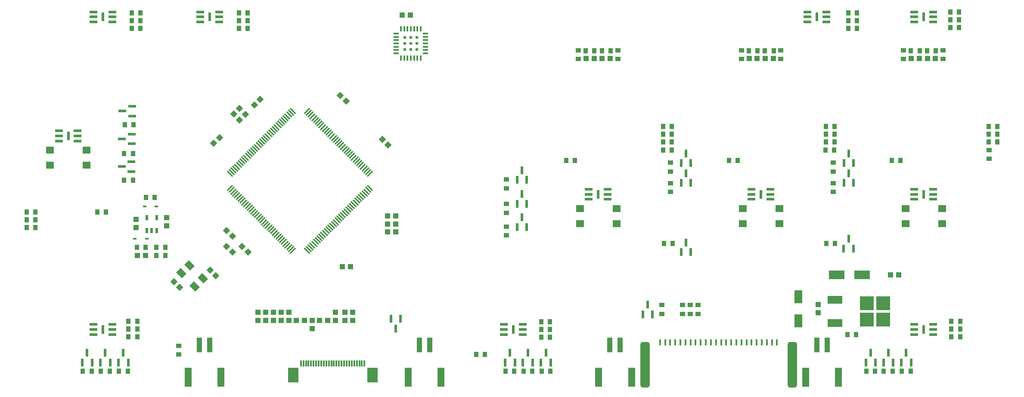
<source format=gtp>
G04*
G04 #@! TF.GenerationSoftware,Altium Limited,Altium Designer,22.1.2 (22)*
G04*
G04 Layer_Color=8421504*
%FSLAX44Y44*%
%MOMM*%
G71*
G04*
G04 #@! TF.SameCoordinates,4FF52C19-E322-4989-B108-829305E1C033*
G04*
G04*
G04 #@! TF.FilePolarity,Positive*
G04*
G01*
G75*
%ADD18R,2.7432X2.7432*%
%ADD19R,2.6670X2.7432*%
%ADD20R,0.6000X0.6000*%
%ADD21R,3.0000X1.6000*%
G04:AMPARAMS|DCode=22|XSize=9mm|YSize=1.8mm|CornerRadius=0.45mm|HoleSize=0mm|Usage=FLASHONLY|Rotation=90.000|XOffset=0mm|YOffset=0mm|HoleType=Round|Shape=RoundedRectangle|*
%AMROUNDEDRECTD22*
21,1,9.0000,0.9000,0,0,90.0*
21,1,8.1000,1.8000,0,0,90.0*
1,1,0.9000,0.4500,4.0500*
1,1,0.9000,0.4500,-4.0500*
1,1,0.9000,-0.4500,-4.0500*
1,1,0.9000,-0.4500,4.0500*
%
%ADD22ROUNDEDRECTD22*%
%ADD23R,0.3000X1.3000*%
%ADD24R,1.0000X2.8500*%
%ADD25R,1.4000X3.8000*%
%ADD26R,1.5748X2.6162*%
%ADD27R,3.0500X1.8000*%
%ADD28R,0.7000X0.4500*%
%ADD29R,1.6000X0.6000*%
%ADD30R,0.5300X1.7700*%
%ADD31R,1.6000X1.4000*%
%ADD32R,0.6000X1.0000*%
%ADD33R,1.0500X0.3000*%
%ADD34R,0.3000X1.0500*%
G04:AMPARAMS|DCode=35|XSize=1.6mm|YSize=1.25mm|CornerRadius=0mm|HoleSize=0mm|Usage=FLASHONLY|Rotation=135.000|XOffset=0mm|YOffset=0mm|HoleType=Round|Shape=Rectangle|*
%AMROTATEDRECTD35*
4,1,4,1.0076,-0.1237,0.1237,-1.0076,-1.0076,0.1237,-0.1237,1.0076,1.0076,-0.1237,0.0*
%
%ADD35ROTATEDRECTD35*%

G04:AMPARAMS|DCode=36|XSize=0.28mm|YSize=1.45mm|CornerRadius=0mm|HoleSize=0mm|Usage=FLASHONLY|Rotation=45.000|XOffset=0mm|YOffset=0mm|HoleType=Round|Shape=Rectangle|*
%AMROTATEDRECTD36*
4,1,4,0.4137,-0.6117,-0.6117,0.4137,-0.4137,0.6117,0.6117,-0.4137,0.4137,-0.6117,0.0*
%
%ADD36ROTATEDRECTD36*%

G04:AMPARAMS|DCode=37|XSize=0.28mm|YSize=1.45mm|CornerRadius=0mm|HoleSize=0mm|Usage=FLASHONLY|Rotation=135.000|XOffset=0mm|YOffset=0mm|HoleType=Round|Shape=Rectangle|*
%AMROTATEDRECTD37*
4,1,4,0.6117,0.4137,-0.4137,-0.6117,-0.6117,-0.4137,0.4137,0.6117,0.6117,0.4137,0.0*
%
%ADD37ROTATEDRECTD37*%

%ADD38R,0.3000X1.2500*%
%ADD39R,2.0000X3.0000*%
%ADD40P,1.4142X4X180.0*%
%ADD41R,1.5000X0.6000*%
%ADD42R,1.0000X0.9000*%
%ADD43R,1.0000X1.0000*%
%ADD44P,1.4142X4X90.0*%
%ADD45R,1.0000X1.0000*%
%ADD46R,0.9000X1.0000*%
%ADD47R,0.6000X1.5000*%
D18*
X1879223Y331724D02*
D03*
X1879226Y363979D02*
D03*
D19*
X1846584Y331724D02*
D03*
X1846587Y363725D02*
D03*
D20*
X938290Y875488D02*
D03*
Y887488D02*
D03*
X962290Y863488D02*
D03*
Y887488D02*
D03*
Y875488D02*
D03*
X950290D02*
D03*
X938290Y863488D02*
D03*
X950290Y887488D02*
D03*
Y863488D02*
D03*
D21*
X1784470Y370840D02*
D03*
Y325120D02*
D03*
D22*
X1700388Y243335D02*
D03*
X1410860D02*
D03*
D23*
X1670360Y286665D02*
D03*
X1660360D02*
D03*
X1650360Y286665D02*
D03*
X1640360D02*
D03*
X1630360Y286665D02*
D03*
X1620360D02*
D03*
X1610360D02*
D03*
X1600360D02*
D03*
X1590360D02*
D03*
X1580360Y286665D02*
D03*
X1570360Y286665D02*
D03*
X1560360D02*
D03*
X1550360Y286665D02*
D03*
X1540360D02*
D03*
X1530360Y286665D02*
D03*
X1520360D02*
D03*
X1510360D02*
D03*
X1500360D02*
D03*
X1490360D02*
D03*
X1480360D02*
D03*
X1470360D02*
D03*
X1460360D02*
D03*
X1450360D02*
D03*
X1440360Y286665D02*
D03*
D24*
X534830Y281875D02*
D03*
X554830D02*
D03*
X1341860D02*
D03*
X1361860D02*
D03*
X1748950D02*
D03*
X1768950D02*
D03*
X987360D02*
D03*
X967360D02*
D03*
D25*
X512330Y218125D02*
D03*
X577330D02*
D03*
X1319360D02*
D03*
X1384360D02*
D03*
X1726450D02*
D03*
X1791450D02*
D03*
X1009860D02*
D03*
X944860D02*
D03*
D26*
X1711960Y329565D02*
D03*
Y376555D02*
D03*
D27*
X1837290Y420370D02*
D03*
X1787290D02*
D03*
D28*
X407930Y490678D02*
D03*
X430930D02*
D03*
X449910Y554178D02*
D03*
X426910D02*
D03*
D29*
X1977360Y937660D02*
D03*
X1977360Y927660D02*
D03*
X1977360Y917660D02*
D03*
X1940360Y937660D02*
D03*
X1940360Y927660D02*
D03*
X1940360Y917660D02*
D03*
X1337360Y588660D02*
D03*
X1337360Y578660D02*
D03*
X1337360Y568660D02*
D03*
X1300360Y588660D02*
D03*
X1300360Y578660D02*
D03*
X1300360Y568660D02*
D03*
X326360Y302660D02*
D03*
X326360Y312660D02*
D03*
X326360Y322660D02*
D03*
X363360Y302660D02*
D03*
X363360Y312660D02*
D03*
X363360Y322660D02*
D03*
X1657360Y588660D02*
D03*
X1657360Y578660D02*
D03*
X1657360Y568660D02*
D03*
X1620360Y588660D02*
D03*
X1620360Y578660D02*
D03*
X1620360Y568660D02*
D03*
X1133360Y302660D02*
D03*
X1133360Y312660D02*
D03*
X1133360Y322660D02*
D03*
X1170360Y302660D02*
D03*
X1170360Y312660D02*
D03*
X1170360Y322660D02*
D03*
X1977360Y588660D02*
D03*
X1977360Y578660D02*
D03*
X1977360Y568660D02*
D03*
X1940360Y588660D02*
D03*
X1940360Y578660D02*
D03*
X1940360Y568660D02*
D03*
Y302660D02*
D03*
X1940360Y312660D02*
D03*
X1940360Y322660D02*
D03*
X1977360Y302660D02*
D03*
X1977360Y312660D02*
D03*
X1977360Y322660D02*
D03*
X258360Y683660D02*
D03*
X258360Y693660D02*
D03*
X258360Y703660D02*
D03*
X295360Y683660D02*
D03*
X295360Y693660D02*
D03*
X295360Y703660D02*
D03*
X326360Y917660D02*
D03*
X326360Y927660D02*
D03*
X326360Y937660D02*
D03*
X363360Y917660D02*
D03*
X363360Y927660D02*
D03*
X363360Y937660D02*
D03*
X573360D02*
D03*
X573360Y927660D02*
D03*
X573360Y917660D02*
D03*
X536360Y937660D02*
D03*
X536360Y927660D02*
D03*
X536360Y917660D02*
D03*
X1730360D02*
D03*
X1730360Y927660D02*
D03*
X1730360Y937660D02*
D03*
X1767360Y917660D02*
D03*
X1767360Y927660D02*
D03*
X1767360Y937660D02*
D03*
D30*
X1958860Y927660D02*
D03*
X1318860Y578660D02*
D03*
X344860Y312660D02*
D03*
X1638860Y578660D02*
D03*
X1151860Y312660D02*
D03*
X1958860Y578660D02*
D03*
Y312660D02*
D03*
X276860Y693660D02*
D03*
X344860Y927660D02*
D03*
X554860D02*
D03*
X1748860D02*
D03*
D31*
X240860Y665660D02*
D03*
X312860D02*
D03*
Y635660D02*
D03*
X240860D02*
D03*
X1994860Y520660D02*
D03*
X1922860D02*
D03*
Y550660D02*
D03*
X1994860D02*
D03*
X1674860Y520660D02*
D03*
X1602860D02*
D03*
Y550660D02*
D03*
X1674860D02*
D03*
X1354860Y520660D02*
D03*
X1282860D02*
D03*
Y550660D02*
D03*
X1354860D02*
D03*
D32*
X431521Y532888D02*
D03*
X450521D02*
D03*
Y506888D02*
D03*
X441021D02*
D03*
X431521D02*
D03*
D33*
X921790Y894988D02*
D03*
Y888488D02*
D03*
Y881988D02*
D03*
Y875488D02*
D03*
Y868988D02*
D03*
Y862488D02*
D03*
Y855988D02*
D03*
X978790D02*
D03*
Y862488D02*
D03*
Y868988D02*
D03*
Y875488D02*
D03*
Y881988D02*
D03*
Y888488D02*
D03*
Y894988D02*
D03*
D34*
X930790Y846988D02*
D03*
X937290D02*
D03*
X943790D02*
D03*
X950290D02*
D03*
X956790D02*
D03*
X963290D02*
D03*
X969790D02*
D03*
Y903988D02*
D03*
X963290D02*
D03*
X956790D02*
D03*
X950290D02*
D03*
X943790D02*
D03*
X937290D02*
D03*
X930790D02*
D03*
D35*
X499260Y423373D02*
D03*
X525423Y397210D02*
D03*
X540980Y412767D02*
D03*
X514817Y438930D02*
D03*
D36*
X594501Y618725D02*
D03*
X598036Y622261D02*
D03*
X601572Y625796D02*
D03*
X605108Y629332D02*
D03*
X608643Y632868D02*
D03*
X612179Y636403D02*
D03*
X615714Y639939D02*
D03*
X619250Y643474D02*
D03*
X622785Y647010D02*
D03*
X626321Y650545D02*
D03*
X629856Y654081D02*
D03*
X633392Y657616D02*
D03*
X636927Y661152D02*
D03*
X640463Y664687D02*
D03*
X643998Y668223D02*
D03*
X647534Y671758D02*
D03*
X651069Y675294D02*
D03*
X654605Y678829D02*
D03*
X658140Y682365D02*
D03*
X661676Y685900D02*
D03*
X665212Y689436D02*
D03*
X668747Y692972D02*
D03*
X672283Y696507D02*
D03*
X675818Y700043D02*
D03*
X679354Y703578D02*
D03*
X682889Y707114D02*
D03*
X686425Y710649D02*
D03*
X689960Y714185D02*
D03*
X693496Y717720D02*
D03*
X697031Y721256D02*
D03*
X700567Y724791D02*
D03*
X704102Y728327D02*
D03*
X707638Y731862D02*
D03*
X711174Y735398D02*
D03*
X714709Y738933D02*
D03*
X718245Y742469D02*
D03*
X869919Y590795D02*
D03*
X866384Y587259D02*
D03*
X862848Y583724D02*
D03*
X859312Y580188D02*
D03*
X855777Y576652D02*
D03*
X852241Y573117D02*
D03*
X848706Y569581D02*
D03*
X845170Y566046D02*
D03*
X841635Y562510D02*
D03*
X838099Y558975D02*
D03*
X834564Y555439D02*
D03*
X831028Y551904D02*
D03*
X827493Y548368D02*
D03*
X823957Y544833D02*
D03*
X820422Y541297D02*
D03*
X816886Y537762D02*
D03*
X813351Y534226D02*
D03*
X809815Y530691D02*
D03*
X806279Y527155D02*
D03*
X802744Y523619D02*
D03*
X799208Y520084D02*
D03*
X795673Y516548D02*
D03*
X792137Y513013D02*
D03*
X788602Y509477D02*
D03*
X785066Y505942D02*
D03*
X781531Y502406D02*
D03*
X777995Y498871D02*
D03*
X774460Y495335D02*
D03*
X770924Y491800D02*
D03*
X767389Y488264D02*
D03*
X763853Y484729D02*
D03*
X760318Y481193D02*
D03*
X756782Y477658D02*
D03*
X753246Y474122D02*
D03*
X749711Y470587D02*
D03*
X746175Y467051D02*
D03*
D37*
Y742469D02*
D03*
X749711Y738933D02*
D03*
X753246Y735398D02*
D03*
X756782Y731862D02*
D03*
X760318Y728327D02*
D03*
X763853Y724791D02*
D03*
X767389Y721256D02*
D03*
X770924Y717720D02*
D03*
X774460Y714185D02*
D03*
X777995Y710649D02*
D03*
X781531Y707114D02*
D03*
X785066Y703578D02*
D03*
X788602Y700043D02*
D03*
X792137Y696507D02*
D03*
X795673Y692972D02*
D03*
X799208Y689436D02*
D03*
X802744Y685900D02*
D03*
X806279Y682365D02*
D03*
X809815Y678829D02*
D03*
X813351Y675294D02*
D03*
X816886Y671758D02*
D03*
X820422Y668223D02*
D03*
X823957Y664687D02*
D03*
X827493Y661152D02*
D03*
X831028Y657616D02*
D03*
X834564Y654081D02*
D03*
X838099Y650545D02*
D03*
X841635Y647010D02*
D03*
X845170Y643474D02*
D03*
X848706Y639939D02*
D03*
X852241Y636403D02*
D03*
X855777Y632868D02*
D03*
X859312Y629332D02*
D03*
X862848Y625796D02*
D03*
X866384Y622261D02*
D03*
X869919Y618725D02*
D03*
X718245Y467051D02*
D03*
X714709Y470587D02*
D03*
X711174Y474122D02*
D03*
X707638Y477658D02*
D03*
X704102Y481193D02*
D03*
X700567Y484729D02*
D03*
X697031Y488264D02*
D03*
X693496Y491800D02*
D03*
X689960Y495335D02*
D03*
X686425Y498871D02*
D03*
X682889Y502406D02*
D03*
X679354Y505942D02*
D03*
X675818Y509477D02*
D03*
X672283Y513013D02*
D03*
X668747Y516548D02*
D03*
X665212Y520084D02*
D03*
X661676Y523619D02*
D03*
X658140Y527155D02*
D03*
X654605Y530691D02*
D03*
X651069Y534226D02*
D03*
X647534Y537762D02*
D03*
X643998Y541297D02*
D03*
X640463Y544833D02*
D03*
X636927Y548368D02*
D03*
X633392Y551904D02*
D03*
X629856Y555439D02*
D03*
X626321Y558975D02*
D03*
X622785Y562510D02*
D03*
X619250Y566046D02*
D03*
X615714Y569581D02*
D03*
X612179Y573117D02*
D03*
X608643Y576652D02*
D03*
X605108Y580188D02*
D03*
X601572Y583724D02*
D03*
X598036Y587259D02*
D03*
X594501Y590795D02*
D03*
D38*
X859160Y245625D02*
D03*
X854160D02*
D03*
X849160D02*
D03*
X844160D02*
D03*
X839160D02*
D03*
X834160D02*
D03*
X829160D02*
D03*
X824160D02*
D03*
X819160D02*
D03*
X814160D02*
D03*
X809160D02*
D03*
X804160D02*
D03*
X799160D02*
D03*
X794160D02*
D03*
X789160D02*
D03*
X784160D02*
D03*
X779160D02*
D03*
X774160D02*
D03*
X769160D02*
D03*
X764160D02*
D03*
X759160D02*
D03*
X754160D02*
D03*
X749160D02*
D03*
X744160D02*
D03*
X739160D02*
D03*
X734160D02*
D03*
D39*
X718760Y222375D02*
D03*
X874560D02*
D03*
D40*
X613407Y747577D02*
D03*
X602093Y736263D02*
D03*
X624837Y736147D02*
D03*
X613523Y724833D02*
D03*
X574037Y690427D02*
D03*
X562723Y679113D02*
D03*
X654047Y765357D02*
D03*
X642733Y754043D02*
D03*
D41*
X382350Y687310D02*
D03*
X401350Y696810D02*
D03*
X401350Y677810D02*
D03*
X400990Y623418D02*
D03*
Y642418D02*
D03*
X381990Y632918D02*
D03*
X383260Y742138D02*
D03*
X402260Y751638D02*
D03*
Y732638D02*
D03*
D42*
X1780870Y600340D02*
D03*
Y583340D02*
D03*
X494030Y263280D02*
D03*
Y280280D02*
D03*
X1443990Y343290D02*
D03*
Y360290D02*
D03*
X1484630D02*
D03*
Y343290D02*
D03*
X1499870Y360290D02*
D03*
Y343290D02*
D03*
X1515110Y360290D02*
D03*
Y343290D02*
D03*
X1996770Y862180D02*
D03*
Y845180D02*
D03*
X1919300Y862180D02*
D03*
Y845180D02*
D03*
X1677980Y862180D02*
D03*
Y845180D02*
D03*
X1600510Y862180D02*
D03*
Y845180D02*
D03*
X1357430Y862180D02*
D03*
Y845180D02*
D03*
X1279960Y862180D02*
D03*
Y845180D02*
D03*
X2087300Y648720D02*
D03*
Y665720D02*
D03*
X1780870Y623538D02*
D03*
Y640538D02*
D03*
X1460870Y600340D02*
D03*
Y583340D02*
D03*
X1460870Y623538D02*
D03*
Y640538D02*
D03*
X1138250Y590520D02*
D03*
Y607520D02*
D03*
Y559260D02*
D03*
Y542260D02*
D03*
Y497810D02*
D03*
Y514810D02*
D03*
D43*
X920550Y504430D02*
D03*
X904550D02*
D03*
X725480Y330440D02*
D03*
X741480D02*
D03*
X787200D02*
D03*
X771200D02*
D03*
X949400Y931368D02*
D03*
X933400D02*
D03*
X1893190Y420370D02*
D03*
X1909190D02*
D03*
X428700Y457658D02*
D03*
X412700D02*
D03*
X904550Y536180D02*
D03*
X920550D02*
D03*
X816030Y435850D02*
D03*
X832030D02*
D03*
X904550Y519670D02*
D03*
X920550D02*
D03*
X1981910Y846060D02*
D03*
X1965910D02*
D03*
X1934160D02*
D03*
X1950160D02*
D03*
X1663120Y846060D02*
D03*
X1647120D02*
D03*
X1615370D02*
D03*
X1631370D02*
D03*
X1342570D02*
D03*
X1326570D02*
D03*
X1294820D02*
D03*
X1310820D02*
D03*
D44*
X588123Y475797D02*
D03*
X599437Y464483D02*
D03*
X495874Y395326D02*
D03*
X484560Y406640D02*
D03*
X555680Y429500D02*
D03*
X566994Y418186D02*
D03*
X905507Y675303D02*
D03*
X894193Y686617D02*
D03*
X618603Y475797D02*
D03*
X629917Y464483D02*
D03*
X822957Y761663D02*
D03*
X811643Y772977D02*
D03*
X588123Y507547D02*
D03*
X599437Y496233D02*
D03*
D45*
X802060Y346440D02*
D03*
Y330440D02*
D03*
X710620Y346060D02*
D03*
Y330060D02*
D03*
X695380Y346060D02*
D03*
Y330060D02*
D03*
X680140Y346060D02*
D03*
Y330060D02*
D03*
X664900Y346060D02*
D03*
Y330060D02*
D03*
X649660Y346060D02*
D03*
Y330060D02*
D03*
X756340Y314440D02*
D03*
Y330440D02*
D03*
X1751472Y345811D02*
D03*
Y361811D02*
D03*
X410540Y528778D02*
D03*
Y512778D02*
D03*
X470230Y532588D02*
D03*
Y516588D02*
D03*
X836350Y346440D02*
D03*
Y330440D02*
D03*
X821110Y346440D02*
D03*
Y330440D02*
D03*
D46*
X1079310Y263130D02*
D03*
X1096310D02*
D03*
X1825870Y302260D02*
D03*
X1808870D02*
D03*
X1784650Y481570D02*
D03*
X1767650D02*
D03*
X1846030Y230328D02*
D03*
X1863030D02*
D03*
X1880320D02*
D03*
X1897320D02*
D03*
X2013280Y312878D02*
D03*
X2030280D02*
D03*
X2013280Y297638D02*
D03*
X2030280D02*
D03*
X2013280Y328118D02*
D03*
X2030280D02*
D03*
X1915880Y230328D02*
D03*
X1932880D02*
D03*
X629140Y935990D02*
D03*
X612140D02*
D03*
X629140Y905510D02*
D03*
X612140D02*
D03*
X629140Y920750D02*
D03*
X612140D02*
D03*
X418320Y935990D02*
D03*
X401320D02*
D03*
X418320Y905510D02*
D03*
X401320D02*
D03*
X418320Y920750D02*
D03*
X401320D02*
D03*
X2028130Y922020D02*
D03*
X2011130D02*
D03*
X411810Y474168D02*
D03*
X428810D02*
D03*
X467300Y457658D02*
D03*
X450300D02*
D03*
X467300Y474168D02*
D03*
X450300D02*
D03*
X446926Y571958D02*
D03*
X429926D02*
D03*
X2011130Y937260D02*
D03*
X2028130D02*
D03*
X2011130Y906780D02*
D03*
X2028130D02*
D03*
X1810470Y935990D02*
D03*
X1827470D02*
D03*
X1810470Y905510D02*
D03*
X1827470D02*
D03*
X1810470Y920750D02*
D03*
X1827470D02*
D03*
X386800Y606248D02*
D03*
X403800Y606248D02*
D03*
X386800Y658318D02*
D03*
X403800D02*
D03*
X388430Y715250D02*
D03*
X405430Y715250D02*
D03*
X195020Y527940D02*
D03*
X212020D02*
D03*
X195020Y543180D02*
D03*
X212020D02*
D03*
X195020Y512700D02*
D03*
X212020D02*
D03*
X350820Y543800D02*
D03*
X333820D02*
D03*
X1982410Y861300D02*
D03*
X1965410D02*
D03*
X1933660D02*
D03*
X1950660D02*
D03*
X1895920Y645400D02*
D03*
X1912920D02*
D03*
X1575920D02*
D03*
X1592920D02*
D03*
X1663620Y861300D02*
D03*
X1646620D02*
D03*
X1614870D02*
D03*
X1631870D02*
D03*
X1343070D02*
D03*
X1326070D02*
D03*
X1294320D02*
D03*
X1311320D02*
D03*
X1255920Y645400D02*
D03*
X1272920D02*
D03*
X2103420Y711658D02*
D03*
X2086420D02*
D03*
X2103420Y681178D02*
D03*
X2086420D02*
D03*
X2103420Y696418D02*
D03*
X2086420D02*
D03*
X1783420Y711658D02*
D03*
X1766420D02*
D03*
X1783420Y681178D02*
D03*
X1766420D02*
D03*
X1783420Y696418D02*
D03*
X1766420D02*
D03*
X1782990Y665720D02*
D03*
X1765990D02*
D03*
X1448000Y481570D02*
D03*
X1465000D02*
D03*
X1463420Y711658D02*
D03*
X1446420D02*
D03*
X1463420Y681178D02*
D03*
X1446420D02*
D03*
X1463420Y696418D02*
D03*
X1446420D02*
D03*
X1463420Y665720D02*
D03*
X1446420D02*
D03*
X412300Y328118D02*
D03*
X395300D02*
D03*
X412300Y297638D02*
D03*
X395300D02*
D03*
X412300Y312878D02*
D03*
X395300D02*
D03*
X393640Y230328D02*
D03*
X376640D02*
D03*
X358080D02*
D03*
X341080D02*
D03*
X322520D02*
D03*
X305520D02*
D03*
X1223830Y327900D02*
D03*
X1206830D02*
D03*
X1223830Y297420D02*
D03*
X1206830D02*
D03*
X1223830Y312660D02*
D03*
X1206830D02*
D03*
X1225030Y230328D02*
D03*
X1208030D02*
D03*
X1189470D02*
D03*
X1172470D02*
D03*
X1153910D02*
D03*
X1136910D02*
D03*
D47*
X1845030Y247498D02*
D03*
X1864030D02*
D03*
X1854530Y266498D02*
D03*
X1879930Y247498D02*
D03*
X1898930D02*
D03*
X1889430Y266498D02*
D03*
X1914880Y247498D02*
D03*
X1933880D02*
D03*
X1924380Y266498D02*
D03*
X1416050Y361290D02*
D03*
X1425550Y342290D02*
D03*
X1406550D02*
D03*
X1811020Y490830D02*
D03*
X1820520Y471830D02*
D03*
X1801520D02*
D03*
X1811350Y620000D02*
D03*
X1820850Y601000D02*
D03*
X1801850D02*
D03*
X1811350Y658928D02*
D03*
X1820850Y639928D02*
D03*
X1801850D02*
D03*
X1491350Y483668D02*
D03*
X1500850Y464668D02*
D03*
X1481850D02*
D03*
X1491350Y620000D02*
D03*
X1500850Y601000D02*
D03*
X1481850D02*
D03*
X1491350Y658928D02*
D03*
X1500850Y639928D02*
D03*
X1481850D02*
D03*
X1168730Y533200D02*
D03*
X1178230Y514200D02*
D03*
X1159230D02*
D03*
X1168730Y578920D02*
D03*
X1178230Y559920D02*
D03*
X1159230D02*
D03*
X1168730Y625910D02*
D03*
X1178230Y606910D02*
D03*
X1159230D02*
D03*
X920750Y314350D02*
D03*
X911250Y333350D02*
D03*
X930250D02*
D03*
X385140Y266498D02*
D03*
X394640Y247498D02*
D03*
X375640D02*
D03*
X349580Y266498D02*
D03*
X359080Y247498D02*
D03*
X340080D02*
D03*
X314020Y266498D02*
D03*
X323520Y247498D02*
D03*
X304520D02*
D03*
X1215870Y266498D02*
D03*
X1225370Y247498D02*
D03*
X1206370D02*
D03*
X1180310Y266498D02*
D03*
X1189810Y247498D02*
D03*
X1170810D02*
D03*
X1145410Y266498D02*
D03*
X1154910Y247498D02*
D03*
X1135910D02*
D03*
M02*

</source>
